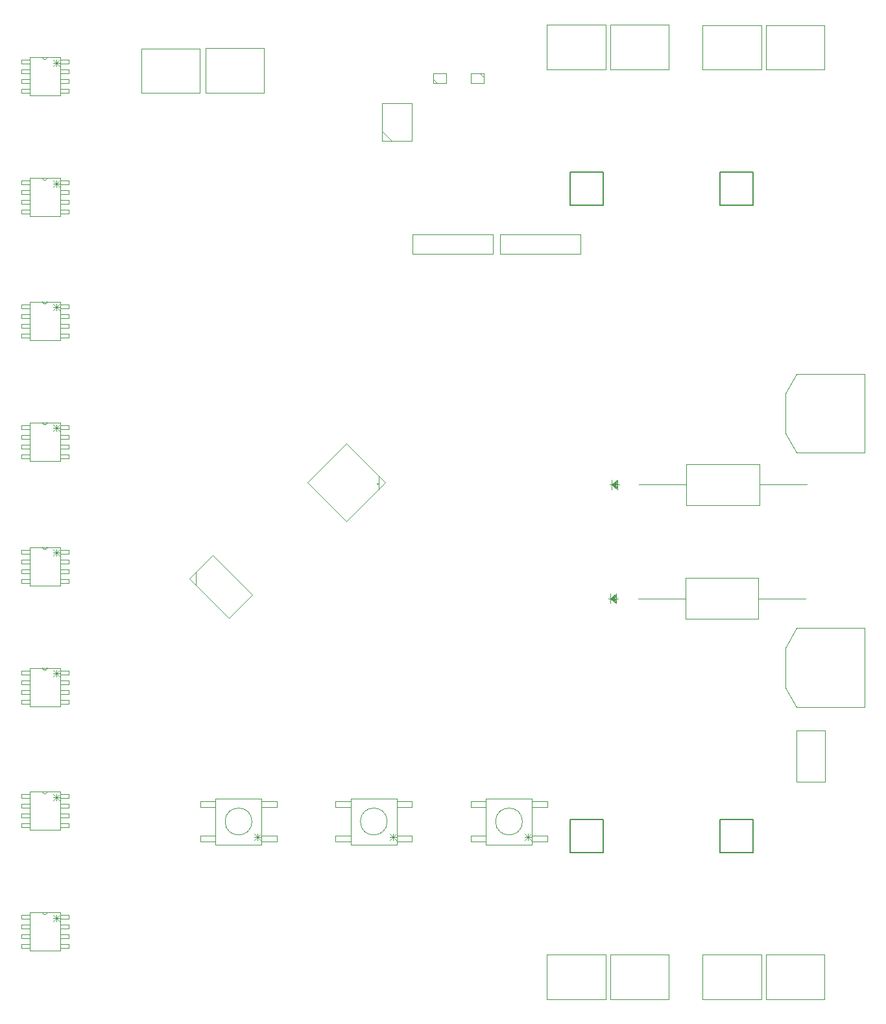
<source format=gbr>
%TF.GenerationSoftware,Altium Limited,Altium Designer,21.6.4 (81)*%
G04 Layer_Color=16711935*
%FSLAX43Y43*%
%MOMM*%
%TF.SameCoordinates,5D8205C6-A8A5-4108-8313-488A8EE5113E*%
%TF.FilePolarity,Positive*%
%TF.FileFunction,Other,Mechanical_13*%
%TF.Part,Single*%
G01*
G75*
%TA.AperFunction,NonConductor*%
%ADD82C,0.200*%
%ADD85C,0.076*%
%ADD117C,0.100*%
%ADD119C,0.000*%
%ADD120C,0.025*%
D82*
X205359Y68072D02*
X209677D01*
X205359Y63754D02*
Y68072D01*
Y63754D02*
X209677D01*
Y68072D01*
X185801D02*
X190119D01*
X185801Y63754D02*
Y68072D01*
Y63754D02*
X190119D01*
Y68072D01*
X185801Y148204D02*
X190119D01*
Y152522D01*
X185801D02*
X190119D01*
X185801Y148204D02*
Y152522D01*
X205359Y148209D02*
Y152527D01*
X209677D01*
Y148209D02*
Y152527D01*
X205359Y148209D02*
X209677D01*
D85*
X119151Y71429D02*
X118305Y70582D01*
X119151D02*
X118305Y71429D01*
X119151Y71005D02*
X118305D01*
X118728Y70582D02*
Y71429D01*
X119151Y55681D02*
X118305Y54834D01*
X119151D02*
X118305Y55681D01*
X119151Y55257D02*
X118305D01*
X118728Y54834D02*
Y55681D01*
X119151Y167187D02*
X118305Y166340D01*
X119151D02*
X118305Y167187D01*
X119151Y166763D02*
X118305D01*
X118728Y166340D02*
Y167187D01*
X119151Y151439D02*
X118305Y150592D01*
X119151D02*
X118305Y151439D01*
X119151Y151015D02*
X118305D01*
X118728Y150592D02*
Y151439D01*
X119151Y135310D02*
X118305Y134463D01*
X119151D02*
X118305Y135310D01*
X119151Y134886D02*
X118305D01*
X118728Y134463D02*
Y135310D01*
X119151Y119562D02*
X118305Y118715D01*
X119151D02*
X118305Y119562D01*
X119151Y119138D02*
X118305D01*
X118728Y118715D02*
Y119562D01*
X119151Y103306D02*
X118305Y102459D01*
X119151D02*
X118305Y103306D01*
X119151Y102882D02*
X118305D01*
X118728Y102459D02*
Y103306D01*
X119151Y87558D02*
X118305Y86711D01*
X119151D02*
X118305Y87558D01*
X119151Y87134D02*
X118305D01*
X118728Y86711D02*
Y87558D01*
X145428Y65401D02*
X144581Y66247D01*
X145428D02*
X144581Y65401D01*
X145428Y65824D02*
X144581D01*
X145005Y66247D02*
Y65401D01*
X180734D02*
X179887Y66247D01*
X180734D02*
X179887Y65401D01*
X180734Y65824D02*
X179887D01*
X180311Y66247D02*
Y65401D01*
X163081D02*
X162234Y66247D01*
X163081D02*
X162234Y65401D01*
X163081Y65824D02*
X162234D01*
X162658Y66247D02*
Y65401D01*
D117*
X161245Y156554D02*
X165145D01*
Y161454D01*
X161245D02*
X165145D01*
X161245Y156554D02*
Y161454D01*
Y157824D02*
X162515Y156554D01*
X167933Y164594D02*
X168433Y164094D01*
X167933D02*
Y165344D01*
X169633D01*
Y164094D02*
Y165344D01*
X167933Y164094D02*
X169633D01*
X174029Y165344D02*
X174529Y164844D01*
Y164094D02*
Y165344D01*
X172829Y164094D02*
X174529D01*
X172829D02*
Y165344D01*
X174529D01*
X136938Y98655D02*
Y100317D01*
X136107Y99486D02*
X139147Y102526D01*
X144309Y97364D01*
X141269Y94324D02*
X144309Y97364D01*
X136107Y99486D02*
X141269Y94324D01*
X215320Y72977D02*
X219020D01*
X215320Y79677D02*
X219020D01*
X215320Y72977D02*
Y79677D01*
X219020Y72977D02*
Y79677D01*
X213893Y123606D02*
X215293Y126181D01*
X213893Y118456D02*
Y123606D01*
Y118456D02*
X215293Y115881D01*
X224193D01*
Y126181D01*
X215293D02*
X224193D01*
X218968Y44644D02*
Y50444D01*
X211308Y44644D02*
X218968D01*
X211308D02*
Y50444D01*
X218968D01*
X210713Y44644D02*
Y50444D01*
X203053Y44644D02*
X210713D01*
X203053D02*
Y50444D01*
X210713D01*
X190393Y44644D02*
Y50444D01*
X182733Y44644D02*
X190393D01*
X182733D02*
Y50444D01*
X190393D01*
X198648Y44644D02*
Y50444D01*
X190988Y44644D02*
X198648D01*
X190988D02*
Y50444D01*
X198648D01*
X213893Y90459D02*
X215293Y93034D01*
X213893Y85309D02*
Y90459D01*
Y85309D02*
X215293Y82734D01*
X224193D01*
Y93034D01*
X215293D02*
X224193D01*
X165164Y144399D02*
X175704Y144399D01*
X165164Y141859D02*
Y144399D01*
Y141859D02*
X175704Y141859D01*
Y144399D01*
X176594Y141859D02*
X187134Y141859D01*
Y144399D01*
X176594Y144399D02*
X187134Y144399D01*
X176594Y141859D02*
Y144399D01*
X211308Y165837D02*
X218968D01*
Y171637D01*
X211308D02*
X218968D01*
X211308Y165837D02*
Y171637D01*
X203053Y165837D02*
X210713D01*
Y171637D01*
X203053D02*
X210713D01*
X203053Y165837D02*
Y171637D01*
X190988Y165883D02*
X198648D01*
Y171683D01*
X190988D02*
X198648D01*
X190988Y165883D02*
Y171683D01*
X182733Y165883D02*
X190393D01*
Y171683D01*
X182733D02*
X190393D01*
X182733Y165883D02*
Y171683D01*
X138156Y162835D02*
Y168635D01*
X145816D01*
Y162835D02*
Y168635D01*
X138156Y162835D02*
X145816D01*
X129774Y162789D02*
Y168589D01*
X137434D01*
Y162789D02*
Y168589D01*
X129774Y162789D02*
X137434D01*
D119*
X116916Y71717D02*
G03*
X117526Y71717I305J0D01*
G01*
X116916Y55969D02*
G03*
X117526Y55969I305J0D01*
G01*
X116916Y167475D02*
G03*
X117526Y167475I305J0D01*
G01*
X116916Y151727D02*
G03*
X117526Y151727I305J0D01*
G01*
X116916Y135598D02*
G03*
X117526Y135598I305J0D01*
G01*
X116916Y119850D02*
G03*
X117526Y119850I305J0D01*
G01*
X116916Y103594D02*
G03*
X117526Y103594I305J0D01*
G01*
X116916Y87846D02*
G03*
X117526Y87846I305J0D01*
G01*
X160746Y111824D02*
G03*
X160746Y111824I-76J0D01*
G01*
X144247Y67818D02*
G03*
X144247Y67818I-1753J0D01*
G01*
X179553D02*
G03*
X179553Y67818I-1753J0D01*
G01*
X161900D02*
G03*
X161900Y67818I-1753J0D01*
G01*
D120*
X119215Y66713D02*
Y71717D01*
X115227D02*
X119215D01*
X115227Y66713D02*
Y71717D01*
Y66713D02*
X119215D01*
X114122Y71374D02*
X115227D01*
X114122Y70866D02*
Y71374D01*
Y70866D02*
X115227D01*
Y71374D01*
X114122Y70104D02*
X115227D01*
X114122Y69596D02*
Y70104D01*
Y69596D02*
X115227D01*
Y70104D01*
X114122Y68834D02*
X115227D01*
X114122Y68326D02*
Y68834D01*
Y68326D02*
X115227D01*
Y68834D01*
X114122Y67564D02*
X115227D01*
X114122Y67056D02*
Y67564D01*
Y67056D02*
X115227D01*
Y67564D01*
X119215Y67056D02*
X120320D01*
Y67564D01*
X119215D02*
X120320D01*
X119215Y67056D02*
Y67564D01*
Y68326D02*
X120320D01*
Y68834D01*
X119215D02*
X120320D01*
X119215Y68326D02*
Y68834D01*
Y69596D02*
X120320D01*
Y70104D01*
X119215D02*
X120320D01*
X119215Y69596D02*
Y70104D01*
Y70866D02*
X120320D01*
Y71374D01*
X119215D02*
X120320D01*
X119215Y70866D02*
Y71374D01*
Y50965D02*
Y55969D01*
X115227D02*
X119215D01*
X115227Y50965D02*
Y55969D01*
Y50965D02*
X119215D01*
X114122Y55626D02*
X115227D01*
X114122Y55118D02*
Y55626D01*
Y55118D02*
X115227D01*
Y55626D01*
X114122Y54356D02*
X115227D01*
X114122Y53848D02*
Y54356D01*
Y53848D02*
X115227D01*
Y54356D01*
X114122Y53086D02*
X115227D01*
X114122Y52578D02*
Y53086D01*
Y52578D02*
X115227D01*
Y53086D01*
X114122Y51816D02*
X115227D01*
X114122Y51308D02*
Y51816D01*
Y51308D02*
X115227D01*
Y51816D01*
X119215Y51308D02*
X120320D01*
Y51816D01*
X119215D02*
X120320D01*
X119215Y51308D02*
Y51816D01*
Y52578D02*
X120320D01*
Y53086D01*
X119215D02*
X120320D01*
X119215Y52578D02*
Y53086D01*
Y53848D02*
X120320D01*
Y54356D01*
X119215D02*
X120320D01*
X119215Y53848D02*
Y54356D01*
Y55118D02*
X120320D01*
Y55626D01*
X119215D02*
X120320D01*
X119215Y55118D02*
Y55626D01*
Y162471D02*
Y167475D01*
X115227D02*
X119215D01*
X115227Y162471D02*
Y167475D01*
Y162471D02*
X119215D01*
X114122Y167132D02*
X115227D01*
X114122Y166624D02*
Y167132D01*
Y166624D02*
X115227D01*
Y167132D01*
X114122Y165862D02*
X115227D01*
X114122Y165354D02*
Y165862D01*
Y165354D02*
X115227D01*
Y165862D01*
X114122Y164592D02*
X115227D01*
X114122Y164084D02*
Y164592D01*
Y164084D02*
X115227D01*
Y164592D01*
X114122Y163322D02*
X115227D01*
X114122Y162814D02*
Y163322D01*
Y162814D02*
X115227D01*
Y163322D01*
X119215Y162814D02*
X120320D01*
Y163322D01*
X119215D02*
X120320D01*
X119215Y162814D02*
Y163322D01*
Y164084D02*
X120320D01*
Y164592D01*
X119215D02*
X120320D01*
X119215Y164084D02*
Y164592D01*
Y165354D02*
X120320D01*
Y165862D01*
X119215D02*
X120320D01*
X119215Y165354D02*
Y165862D01*
Y166624D02*
X120320D01*
Y167132D01*
X119215D02*
X120320D01*
X119215Y166624D02*
Y167132D01*
Y146723D02*
Y151727D01*
X115227D02*
X119215D01*
X115227Y146723D02*
Y151727D01*
Y146723D02*
X119215D01*
X114122Y151384D02*
X115227D01*
X114122Y150876D02*
Y151384D01*
Y150876D02*
X115227D01*
Y151384D01*
X114122Y150114D02*
X115227D01*
X114122Y149606D02*
Y150114D01*
Y149606D02*
X115227D01*
Y150114D01*
X114122Y148844D02*
X115227D01*
X114122Y148336D02*
Y148844D01*
Y148336D02*
X115227D01*
Y148844D01*
X114122Y147574D02*
X115227D01*
X114122Y147066D02*
Y147574D01*
Y147066D02*
X115227D01*
Y147574D01*
X119215Y147066D02*
X120320D01*
Y147574D01*
X119215D02*
X120320D01*
X119215Y147066D02*
Y147574D01*
Y148336D02*
X120320D01*
Y148844D01*
X119215D02*
X120320D01*
X119215Y148336D02*
Y148844D01*
Y149606D02*
X120320D01*
Y150114D01*
X119215D02*
X120320D01*
X119215Y149606D02*
Y150114D01*
Y150876D02*
X120320D01*
Y151384D01*
X119215D02*
X120320D01*
X119215Y150876D02*
Y151384D01*
Y130594D02*
Y135598D01*
X115227D02*
X119215D01*
X115227Y130594D02*
Y135598D01*
Y130594D02*
X119215D01*
X114122Y135255D02*
X115227D01*
X114122Y134747D02*
Y135255D01*
Y134747D02*
X115227D01*
Y135255D01*
X114122Y133985D02*
X115227D01*
X114122Y133477D02*
Y133985D01*
Y133477D02*
X115227D01*
Y133985D01*
X114122Y132715D02*
X115227D01*
X114122Y132207D02*
Y132715D01*
Y132207D02*
X115227D01*
Y132715D01*
X114122Y131445D02*
X115227D01*
X114122Y130937D02*
Y131445D01*
Y130937D02*
X115227D01*
Y131445D01*
X119215Y130937D02*
X120320D01*
Y131445D01*
X119215D02*
X120320D01*
X119215Y130937D02*
Y131445D01*
Y132207D02*
X120320D01*
Y132715D01*
X119215D02*
X120320D01*
X119215Y132207D02*
Y132715D01*
Y133477D02*
X120320D01*
Y133985D01*
X119215D02*
X120320D01*
X119215Y133477D02*
Y133985D01*
Y134747D02*
X120320D01*
Y135255D01*
X119215D02*
X120320D01*
X119215Y134747D02*
Y135255D01*
Y114846D02*
Y119850D01*
X115227D02*
X119215D01*
X115227Y114846D02*
Y119850D01*
Y114846D02*
X119215D01*
X114122Y119507D02*
X115227D01*
X114122Y118999D02*
Y119507D01*
Y118999D02*
X115227D01*
Y119507D01*
X114122Y118237D02*
X115227D01*
X114122Y117729D02*
Y118237D01*
Y117729D02*
X115227D01*
Y118237D01*
X114122Y116967D02*
X115227D01*
X114122Y116459D02*
Y116967D01*
Y116459D02*
X115227D01*
Y116967D01*
X114122Y115697D02*
X115227D01*
X114122Y115189D02*
Y115697D01*
Y115189D02*
X115227D01*
Y115697D01*
X119215Y115189D02*
X120320D01*
Y115697D01*
X119215D02*
X120320D01*
X119215Y115189D02*
Y115697D01*
Y116459D02*
X120320D01*
Y116967D01*
X119215D02*
X120320D01*
X119215Y116459D02*
Y116967D01*
Y117729D02*
X120320D01*
Y118237D01*
X119215D02*
X120320D01*
X119215Y117729D02*
Y118237D01*
Y118999D02*
X120320D01*
Y119507D01*
X119215D02*
X120320D01*
X119215Y118999D02*
Y119507D01*
Y98590D02*
Y103594D01*
X115227D02*
X119215D01*
X115227Y98590D02*
Y103594D01*
Y98590D02*
X119215D01*
X114122Y103251D02*
X115227D01*
X114122Y102743D02*
Y103251D01*
Y102743D02*
X115227D01*
Y103251D01*
X114122Y101981D02*
X115227D01*
X114122Y101473D02*
Y101981D01*
Y101473D02*
X115227D01*
Y101981D01*
X114122Y100711D02*
X115227D01*
X114122Y100203D02*
Y100711D01*
Y100203D02*
X115227D01*
Y100711D01*
X114122Y99441D02*
X115227D01*
X114122Y98933D02*
Y99441D01*
Y98933D02*
X115227D01*
Y99441D01*
X119215Y98933D02*
X120320D01*
Y99441D01*
X119215D02*
X120320D01*
X119215Y98933D02*
Y99441D01*
Y100203D02*
X120320D01*
Y100711D01*
X119215D02*
X120320D01*
X119215Y100203D02*
Y100711D01*
Y101473D02*
X120320D01*
Y101981D01*
X119215D02*
X120320D01*
X119215Y101473D02*
Y101981D01*
Y102743D02*
X120320D01*
Y103251D01*
X119215D02*
X120320D01*
X119215Y102743D02*
Y103251D01*
Y82842D02*
Y87846D01*
X115227D02*
X119215D01*
X115227Y82842D02*
Y87846D01*
Y82842D02*
X119215D01*
X114122Y87503D02*
X115227D01*
X114122Y86995D02*
Y87503D01*
Y86995D02*
X115227D01*
Y87503D01*
X114122Y86233D02*
X115227D01*
X114122Y85725D02*
Y86233D01*
Y85725D02*
X115227D01*
Y86233D01*
X114122Y84963D02*
X115227D01*
X114122Y84455D02*
Y84963D01*
Y84455D02*
X115227D01*
Y84963D01*
X114122Y83693D02*
X115227D01*
X114122Y83185D02*
Y83693D01*
Y83185D02*
X115227D01*
Y83693D01*
X119215Y83185D02*
X120320D01*
Y83693D01*
X119215D02*
X120320D01*
X119215Y83185D02*
Y83693D01*
Y84455D02*
X120320D01*
Y84963D01*
X119215D02*
X120320D01*
X119215Y84455D02*
Y84963D01*
Y85725D02*
X120320D01*
Y86233D01*
X119215D02*
X120320D01*
X119215Y85725D02*
Y86233D01*
Y86995D02*
X120320D01*
Y87503D01*
X119215D02*
X120320D01*
X119215Y86995D02*
Y87503D01*
X156591Y106931D02*
X161674Y112014D01*
X156591Y117097D02*
X161674Y112014D01*
X151508D02*
X156591Y117097D01*
X151508Y112014D02*
X156591Y106931D01*
X160776Y112912D02*
X160776Y111116D01*
X145491Y65215D02*
Y65926D01*
Y65215D02*
X147498D01*
Y65926D01*
X145491D02*
X147498D01*
X145491Y69710D02*
Y70422D01*
Y69710D02*
X147498D01*
Y70422D01*
X145491D02*
X147498D01*
X139497Y69710D02*
Y70422D01*
X137490D02*
X139497D01*
X137490Y69710D02*
Y70422D01*
Y69710D02*
X139497D01*
Y65215D02*
Y65926D01*
X137490D02*
X139497D01*
X137490Y65215D02*
Y65926D01*
Y65215D02*
X139497D01*
Y70815D02*
X145491D01*
X139497Y64821D02*
Y70815D01*
Y64821D02*
X145491D01*
Y70815D01*
X180797Y65215D02*
Y65926D01*
Y65215D02*
X182804D01*
Y65926D01*
X180797D02*
X182804D01*
X180797Y69710D02*
Y70422D01*
Y69710D02*
X182804D01*
Y70422D01*
X180797D02*
X182804D01*
X174803Y69710D02*
Y70422D01*
X172796D02*
X174803D01*
X172796Y69710D02*
Y70422D01*
Y69710D02*
X174803D01*
Y65215D02*
Y65926D01*
X172796D02*
X174803D01*
X172796Y65215D02*
Y65926D01*
Y65215D02*
X174803D01*
Y70815D02*
X180797D01*
X174803Y64821D02*
Y70815D01*
Y64821D02*
X180797D01*
Y70815D01*
X163144Y65215D02*
Y65926D01*
Y65215D02*
X165151D01*
Y65926D01*
X163144D02*
X165151D01*
X163144Y69710D02*
Y70422D01*
Y69710D02*
X165151D01*
Y70422D01*
X163144D02*
X165151D01*
X157150Y69710D02*
Y70422D01*
X155143D02*
X157150D01*
X155143Y69710D02*
Y70422D01*
Y69710D02*
X157150D01*
Y65215D02*
Y65926D01*
X155143D02*
X157150D01*
X155143Y65215D02*
Y65926D01*
Y65215D02*
X157150D01*
Y70815D02*
X163144D01*
X157150Y64821D02*
Y70815D01*
Y64821D02*
X163144D01*
Y70815D01*
X190933Y111731D02*
X192203D01*
X191187Y111096D02*
Y112366D01*
Y111731D02*
X191949Y112366D01*
X191187Y111731D02*
X191949Y112239D01*
X191187Y111731D02*
X191949Y112112D01*
X191187Y111731D02*
X191949Y111985D01*
X191187Y111731D02*
X191949Y111858D01*
X191187Y111731D02*
X191949Y111096D01*
X191187Y111731D02*
X191949Y111223D01*
X191187Y111731D02*
X191949Y111350D01*
X191187Y111731D02*
X191949Y111477D01*
X191187Y111731D02*
X191949Y111604D01*
Y111096D02*
Y112366D01*
X194768Y111731D02*
X200966D01*
X210465D02*
X216663D01*
X200966Y109076D02*
X210465D01*
Y114385D01*
X200966D02*
X210465D01*
X200966Y109076D02*
Y114385D01*
X200838Y94247D02*
Y99555D01*
X210337D01*
Y94247D02*
Y99555D01*
X200838Y94247D02*
X210337D01*
Y96901D02*
X216535D01*
X194640D02*
X200838D01*
X191821Y96266D02*
Y97536D01*
X191059Y96901D02*
X191821Y96774D01*
X191059Y96901D02*
X191821Y96647D01*
X191059Y96901D02*
X191821Y96520D01*
X191059Y96901D02*
X191821Y96393D01*
X191059Y96901D02*
X191821Y96266D01*
X191059Y96901D02*
X191821Y97028D01*
X191059Y96901D02*
X191821Y97155D01*
X191059Y96901D02*
X191821Y97282D01*
X191059Y96901D02*
X191821Y97409D01*
X191059Y96901D02*
X191821Y97536D01*
X191059Y96266D02*
Y97536D01*
X190805Y96901D02*
X192075D01*
%TF.MD5,e0f263b6c8eb788758ac6bafb23c5b3e*%
M02*

</source>
